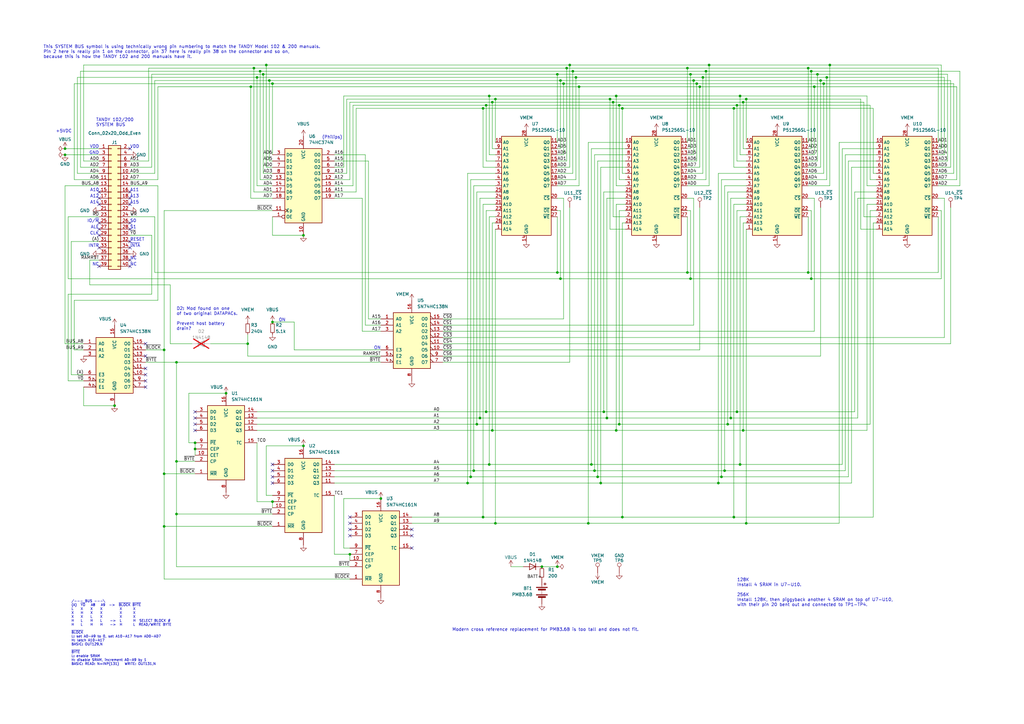
<source format=kicad_sch>
(kicad_sch (version 20231120) (generator "eeschema") (generator_version "8.0")
  (paper "A3")
  (title_block (title "NODE DATAPAC 256K historical reproduction") (date "2024-05-23") (rev "004") (company "Brian K. White - b.kenyon.w@gmail.com") (comment 1 "Re-created from examination of physical units.") (comment 2 "This version strictly and only documents the original parts and connections."))
  (lib_symbols
    (symbol "000_LOCAL:1N4148" (pin_numbers hide) (pin_names hide)
      (property "Reference" "D" (at 0 2.54 0))
      (property "Value" "1N4001" (at 0 -2.54 0))
      (symbol "1N4148_1_1"
        (pin passive line (at -3.81 0 0) (length 2.54) (name "K") (number "1"))
        (pin passive line (at 3.81 0 180) (length 2.54) (name "A") (number "2"))
      )
    )
    (symbol "000_LOCAL:74xx138" (pin_names (offset 1.016))
      (property "Reference" "U" (at -7.62 11.43 0))
      (property "Value" "74xx138" (at -7.62 -13.97 0))
      (symbol "74xx138_1_0"
        (pin input line (at -12.7 7.62 0) (length 5.08) (name "A0") (number "1"))
        (pin output output_low (at 12.7 -5.08 180) (length 5.08) (name "O5") (number "10"))
        (pin output output_low (at 12.7 -2.54 180) (length 5.08) (name "O4") (number "11"))
        (pin output output_low (at 12.7 0 180) (length 5.08) (name "O3") (number "12"))
        (pin output output_low (at 12.7 2.54 180) (length 5.08) (name "O2") (number "13"))
        (pin output output_low (at 12.7 5.08 180) (length 5.08) (name "O1") (number "14"))
        (pin output output_low (at 12.7 7.62 180) (length 5.08) (name "O0") (number "15"))
        (pin power_in line (at 0 15.24 270) (length 5.08) (name "VCC") (number "16"))
        (pin input line (at -12.7 5.08 0) (length 5.08) (name "A1") (number "2"))
        (pin input line (at -12.7 2.54 0) (length 5.08) (name "A2") (number "3"))
        (pin input input_low (at -12.7 -10.16 0) (length 5.08) (name "E1") (number "4"))
        (pin input input_low (at -12.7 -7.62 0) (length 5.08) (name "E2") (number "5"))
        (pin input line (at -12.7 -5.08 0) (length 5.08) (name "E3") (number "6"))
        (pin output output_low (at 12.7 -10.16 180) (length 5.08) (name "O7") (number "7"))
        (pin power_in line (at 0 -17.78 90) (length 5.08) (name "GND") (number "8"))
        (pin output output_low (at 12.7 -7.62 180) (length 5.08) (name "O6") (number "9"))
      )
    )
    (symbol "000_LOCAL:74xx161" (pin_names (offset 1.016))
      (property "Reference" "U" (at -7.62 16.51 0))
      (property "Value" "74xx161" (at -7.62 -16.51 0))
      (symbol "74xx161_1_0"
        (pin input line (at -12.7 -12.7 0) (length 5.08) (name "~{MR}") (number "1"))
        (pin input line (at -12.7 -5.08 0) (length 5.08) (name "CET") (number "10"))
        (pin output line (at 12.7 5.08 180) (length 5.08) (name "Q3") (number "11"))
        (pin output line (at 12.7 7.62 180) (length 5.08) (name "Q2") (number "12"))
        (pin output line (at 12.7 10.16 180) (length 5.08) (name "Q1") (number "13"))
        (pin output line (at 12.7 12.7 180) (length 5.08) (name "Q0") (number "14"))
        (pin output line (at 12.7 0 180) (length 5.08) (name "TC") (number "15"))
        (pin power_in line (at 0 20.32 270) (length 5.08) (name "VCC") (number "16"))
        (pin input line (at -12.7 -7.62 0) (length 5.08) (name "CP") (number "2"))
        (pin input line (at -12.7 12.7 0) (length 5.08) (name "D0") (number "3"))
        (pin input line (at -12.7 10.16 0) (length 5.08) (name "D1") (number "4"))
        (pin input line (at -12.7 7.62 0) (length 5.08) (name "D2") (number "5"))
        (pin input line (at -12.7 5.08 0) (length 5.08) (name "D3") (number "6"))
        (pin input line (at -12.7 -2.54 0) (length 5.08) (name "CEP") (number "7"))
        (pin power_in line (at 0 -20.32 90) (length 5.08) (name "GND") (number "8"))
        (pin input line (at -12.7 0 0) (length 5.08) (name "~{PE}") (number "9"))
      )
    )
    (symbol "000_LOCAL:74xx374"
      (property "Reference" "U" (at -7.62 16.51 0))
      (property "Value" "74xx374" (at -7.62 -16.51 0))
      (symbol "74xx374_1_0"
        (pin input inverted (at -12.7 -12.7 0) (length 5.08) (name "OE") (number "1"))
        (pin power_in line (at 0 -20.32 90) (length 5.08) (name "GND") (number "10"))
        (pin input clock (at -12.7 -10.16 0) (length 5.08) (name "Cp") (number "11"))
        (pin tri_state line (at 12.7 2.54 180) (length 5.08) (name "O4") (number "12"))
        (pin input line (at -12.7 2.54 0) (length 5.08) (name "D4") (number "13"))
        (pin input line (at -12.7 0 0) (length 5.08) (name "D5") (number "14"))
        (pin tri_state line (at 12.7 0 180) (length 5.08) (name "O5") (number "15"))
        (pin tri_state line (at 12.7 -2.54 180) (length 5.08) (name "O6") (number "16"))
        (pin input line (at -12.7 -2.54 0) (length 5.08) (name "D6") (number "17"))
        (pin input line (at -12.7 -5.08 0) (length 5.08) (name "D7") (number "18"))
        (pin tri_state line (at 12.7 -5.08 180) (length 5.08) (name "O7") (number "19"))
        (pin tri_state line (at 12.7 12.7 180) (length 5.08) (name "O0") (number "2"))
        (pin power_in line (at 0 20.32 270) (length 5.08) (name "VCC") (number "20"))
        (pin input line (at -12.7 12.7 0) (length 5.08) (name "D0") (number "3"))
        (pin input line (at -12.7 10.16 0) (length 5.08) (name "D1") (number "4"))
        (pin tri_state line (at 12.7 10.16 180) (length 5.08) (name "O1") (number "5"))
        (pin tri_state line (at 12.7 7.62 180) (length 5.08) (name "O2") (number "6"))
        (pin input line (at -12.7 7.62 0) (length 5.08) (name "D2") (number "7"))
        (pin input line (at -12.7 5.08 0) (length 5.08) (name "D3") (number "8"))
        (pin tri_state line (at 12.7 5.08 180) (length 5.08) (name "O3") (number "9"))
      )
    )
    (symbol "000_LOCAL:Battery" (pin_numbers hide) (pin_names (offset 0) hide)
      (property "Reference" "BT" (at 2.54 2.54 0))
      (property "Value" "Battery" (at 2.54 0 0))
      (symbol "Battery_1_1"
        (pin passive line (at 0 5.08 270) (length 2.54) (name "+") (number "1"))
        (pin passive line (at 0 -5.08 90) (length 2.54) (name "-") (number "2"))
      )
    )
    (symbol "000_LOCAL:Conn_02x20_Odd_Even" (pin_names (offset 1.016) hide)
      (property "Reference" "J" (at 1.27 25.4 0))
      (property "Value" "Conn_02x20_Odd_Even" (at 1.27 -27.94 0))
      (symbol "Conn_02x20_Odd_Even_1_1"
        (pin passive line (at -5.08 22.86 0) (length 3.81) (name "Pin_1") (number "1"))
        (pin passive line (at 7.62 12.7 180) (length 3.81) (name "Pin_10") (number "10"))
        (pin passive line (at -5.08 10.16 0) (length 3.81) (name "Pin_11") (number "11"))
        (pin passive line (at 7.62 10.16 180) (length 3.81) (name "Pin_12") (number "12"))
        (pin passive line (at -5.08 7.62 0) (length 3.81) (name "Pin_13") (number "13"))
        (pin passive line (at 7.62 7.62 180) (length 3.81) (name "Pin_14") (number "14"))
        (pin passive line (at -5.08 5.08 0) (length 3.81) (name "Pin_15") (number "15"))
        (pin passive line (at 7.62 5.08 180) (length 3.81) (name "Pin_16") (number "16"))
        (pin passive line (at -5.08 2.54 0) (length 3.81) (name "Pin_17") (number "17"))
        (pin passive line (at 7.62 2.54 180) (length 3.81) (name "Pin_18") (number "18"))
        (pin passive line (at -5.08 0 0) (length 3.81) (name "Pin_19") (number "19"))
        (pin passive line (at 7.62 22.86 180) (length 3.81) (name "Pin_2") (number "2"))
        (pin passive line (at 7.62 0 180) (length 3.81) (name "Pin_20") (number "20"))
        (pin passive line (at -5.08 -2.54 0) (length 3.81) (name "Pin_21") (number "21"))
        (pin passive line (at 7.62 -2.54 180) (length 3.81) (name "Pin_22") (number "22"))
        (pin passive line (at -5.08 -5.08 0) (length 3.81) (name "Pin_23") (number "23"))
        (pin passive line (at 7.62 -5.08 180) (length 3.81) (name "Pin_24") (number "24"))
        (pin passive line (at -5.08 -7.62 0) (length 3.81) (name "Pin_25") (number "25"))
        (pin passive line (at 7.62 -7.62 180) (length 3.81) (name "Pin_26") (number "26"))
        (pin passive line (at -5.08 -10.16 0) (length 3.81) (name "Pin_27") (number "27"))
        (pin passive line (at 7.62 -10.16 180) (length 3.81) (name "Pin_28") (number "28"))
        (pin passive line (at -5.08 -12.7 0) (length 3.81) (name "Pin_29") (number "29"))
        (pin passive line (at -5.08 20.32 0) (length 3.81) (name "Pin_3") (number "3"))
        (pin passive line (at 7.62 -12.7 180) (length 3.81) (name "Pin_30") (number "30"))
        (pin passive line (at -5.08 -15.24 0) (length 3.81) (name "Pin_31") (number "31"))
        (pin passive line (at 7.62 -15.24 180) (length 3.81) (name "Pin_32") (number "32"))
        (pin passive line (at -5.08 -17.78 0) (length 3.81) (name "Pin_33") (number "33"))
        (pin passive line (at 7.62 -17.78 180) (length 3.81) (name "Pin_34") (number "34"))
        (pin passive line (at -5.08 -20.32 0) (length 3.81) (name "Pin_35") (number "35"))
        (pin passive line (at 7.62 -20.32 180) (length 3.81) (name "Pin_36") (number "36"))
        (pin passive line (at -5.08 -22.86 0) (length 3.81) (name "Pin_37") (number "37"))
        (pin passive line (at 7.62 -22.86 180) (length 3.81) (name "Pin_38") (number "38"))
        (pin passive line (at -5.08 -25.4 0) (length 3.81) (name "Pin_39") (number "39"))
        (pin passive line (at 7.62 20.32 180) (length 3.81) (name "Pin_4") (number "4"))
        (pin passive line (at 7.62 -25.4 180) (length 3.81) (name "Pin_40") (number "40"))
        (pin passive line (at -5.08 17.78 0) (length 3.81) (name "Pin_5") (number "5"))
        (pin passive line (at 7.62 17.78 180) (length 3.81) (name "Pin_6") (number "6"))
        (pin passive line (at -5.08 15.24 0) (length 3.81) (name "Pin_7") (number "7"))
        (pin passive line (at 7.62 15.24 180) (length 3.81) (name "Pin_8") (number "8"))
        (pin passive line (at -5.08 12.7 0) (length 3.81) (name "Pin_9") (number "9"))
      )
    )
    (symbol "000_LOCAL:P51256SL"
      (property "Reference" "U" (at -10.16 20.955 0))
      (property "Value" "P51256SL" (at 2.54 20.955 0))
      (symbol "P51256SL_0_0"
        (pin power_in line (at 0 -22.86 90) (length 2.54) (name "GND") (number "14"))
        (pin power_in line (at 0 22.86 270) (length 2.54) (name "VCC") (number "28"))
      )
      (symbol "P51256SL_1_1"
        (pin input line (at -12.7 -17.78 0) (length 2.54) (name "A14") (number "1"))
        (pin input line (at -12.7 17.78 0) (length 2.54) (name "A0") (number "10"))
        (pin tri_state line (at 12.7 17.78 180) (length 2.54) (name "Q0") (number "11"))
        (pin tri_state line (at 12.7 15.24 180) (length 2.54) (name "Q1") (number "12"))
        (pin tri_state line (at 12.7 12.7 180) (length 2.54) (name "Q2") (number "13"))
        (pin tri_state line (at 12.7 10.16 180) (length 2.54) (name "Q3") (number "15"))
        (pin tri_state line (at 12.7 7.62 180) (length 2.54) (name "Q4") (number "16"))
        (pin tri_state line (at 12.7 5.08 180) (length 2.54) (name "Q5") (number "17"))
        (pin tri_state line (at 12.7 2.54 180) (length 2.54) (name "Q6") (number "18"))
        (pin tri_state line (at 12.7 0 180) (length 2.54) (name "Q7") (number "19"))
        (pin input line (at -12.7 -12.7 0) (length 2.54) (name "A12") (number "2"))
        (pin input line (at 12.7 -5.08 180) (length 2.54) (name "~{CS}") (number "20"))
        (pin input line (at -12.7 -7.62 0) (length 2.54) (name "A10") (number "21"))
        (pin input line (at 12.7 -10.16 180) (length 2.54) (name "~{OE}") (number "22"))
        (pin input line (at -12.7 -10.16 0) (length 2.54) (name "A11") (number "23"))
        (pin input line (at -12.7 -5.08 0) (length 2.54) (name "A9") (number "24"))
        (pin input line (at -12.7 -2.54 0) (length 2.54) (name "A8") (number "25"))
        (pin input line (at -12.7 -15.24 0) (length 2.54) (name "A13") (number "26"))
        (pin input line (at 12.7 -12.7 180) (length 2.54) (name "~{WE}") (number "27"))
        (pin input line (at -12.7 0 0) (length 2.54) (name "A7") (number "3"))
        (pin input line (at -12.7 2.54 0) (length 2.54) (name "A6") (number "4"))
        (pin input line (at -12.7 5.08 0) (length 2.54) (name "A5") (number "5"))
        (pin input line (at -12.7 7.62 0) (length 2.54) (name "A4") (number "6"))
        (pin input line (at -12.7 10.16 0) (length 2.54) (name "A3") (number "7"))
        (pin input line (at -12.7 12.7 0) (length 2.54) (name "A2") (number "8"))
        (pin input line (at -12.7 15.24 0) (length 2.54) (name "A1") (number "9"))
      )
    )
    (symbol "000_LOCAL:R" (pin_numbers hide) (pin_names (offset 0.254) hide)
      (property "Reference" "R" (at 0.762 0.508 0))
      (property "Value" "R_Small" (at 0.762 -1.016 0))
      (symbol "R_1_1"
        (pin passive line (at 0 2.54 270) (length 0.762) (name "~") (number "1"))
        (pin passive line (at 0 -2.54 90) (length 0.762) (name "~") (number "2"))
      )
    )
    (symbol "Connector:TestPoint" (pin_numbers hide) (pin_names (offset 0.762) hide)
      (property "Reference" "TP" (at 0 6.858 0))
      (property "Value" "TestPoint" (at 0 5.08 0))
      (symbol "TestPoint_1_1"
        (pin passive line (at 0 0 90) (length 2.54) (name "1") (number "1"))
      )
    )
    (symbol "power:GND" (power) (pin_names (offset 0))
      (property "Value" "GND" (at 0 -3.81 0))
      (symbol "GND_1_1"
        (pin power_in line (at 0 0 270) (length 0) hide (name "GND") (number "1"))
      )
    )
    (symbol "power:PWR_FLAG" (power) (pin_numbers hide) (pin_names (offset 0) hide)
      (property "Value" "PWR_FLAG" (at 0 3.81 0))
      (symbol "PWR_FLAG_0_0"
        (pin power_out line (at 0 0 90) (length 0) (name "pwr") (number "1"))
      )
    )
    (symbol "power:VBUS" (power) (pin_names (offset 0))
      (property "Value" "VBUS" (at 0 3.81 0))
      (symbol "VBUS_1_1"
        (pin power_in line (at 0 0 90) (length 0) hide (name "VBUS") (number "1"))
      )
    )
    (symbol "power:VMEM" (power) (pin_names (offset 0))
      (property "Value" "VMEM" (at 0 3.81 0))
      (symbol "VMEM_1_1"
        (pin power_in line (at 0 0 90) (length 0) hide (name "VMEM") (number "1"))
      )
    )
  )
  (junction (at 80.01 181.61))
  (junction (at 193.04 195.58))
  (junction (at 332.74 29.21))
  (junction (at 195.58 173.99))
  (junction (at 283.21 114.3))
  (junction (at 92.71 161.29))
  (junction (at 26.67 60.96))
  (junction (at 228.6 232.41))
  (junction (at 288.29 31.75))
  (junction (at 255.27 212.09))
  (junction (at 336.55 33.02))
  (junction (at 231.14 34.29))
  (junction (at 306.07 214.63))
  (junction (at 228.6 111.76))
  (junction (at 229.87 114.3))
  (junction (at 337.82 34.29))
  (junction (at 302.26 168.91))
  (junction (at 254 173.99))
  (junction (at 67.31 143.51))
  (junction (at 199.39 168.91))
  (junction (at 284.48 33.02))
  (junction (at 281.94 111.76))
  (junction (at 200.66 190.5))
  (junction (at 201.93 41.91))
  (junction (at 285.75 34.29))
  (junction (at 194.31 193.04))
  (junction (at 304.8 41.91))
  (junction (at 243.84 193.04))
  (junction (at 255.27 44.45))
  (junction (at 26.67 63.5))
  (junction (at 109.22 26.67))
  (junction (at 203.2 40.64))
  (junction (at 198.12 44.45))
  (junction (at 72.39 210.82))
  (junction (at 201.93 176.53))
  (junction (at 237.49 35.56))
  (junction (at 199.39 43.18))
  (junction (at 67.31 194.31))
  (junction (at 111.76 205.74))
  (junction (at 287.02 35.56))
  (junction (at 143.51 227.33))
  (junction (at 251.46 41.91))
  (junction (at 111.76 132.08))
  (junction (at 245.11 195.58))
  (junction (at 339.09 31.75))
  (junction (at 110.49 33.02))
  (junction (at 303.53 190.5))
  (junction (at 281.94 27.94))
  (junction (at 67.31 215.9))
  (junction (at 105.41 31.75))
  (junction (at 228.6 30.48))
  (junction (at 283.21 30.48))
  (junction (at 300.99 44.45))
  (junction (at 246.38 198.12))
  (junction (at 300.99 212.09))
  (junction (at 80.01 184.15))
  (junction (at 191.77 198.12))
  (junction (at 106.68 29.21))
  (junction (at 298.45 173.99))
  (junction (at 203.2 214.63))
  (junction (at 46.99 166.37))
  (junction (at 107.95 30.48))
  (junction (at 248.92 171.45))
  (junction (at 229.87 33.02))
  (junction (at 124.46 182.88))
  (junction (at 340.36 26.67))
  (junction (at 302.26 43.18))
  (junction (at 303.53 39.37))
  (junction (at 252.73 39.37))
  (junction (at 335.28 30.48))
  (junction (at 304.8 176.53))
  (junction (at 222.25 232.41))
  (junction (at 156.21 204.47))
  (junction (at 290.83 26.67))
  (junction (at 232.41 27.94))
  (junction (at 101.6 140.97))
  (junction (at 236.22 31.75))
  (junction (at 234.95 29.21))
  (junction (at 200.66 39.37))
  (junction (at 104.14 27.94))
  (junction (at 297.18 193.04))
  (junction (at 331.47 111.76))
  (junction (at 196.85 171.45))
  (junction (at 247.65 168.91))
  (junction (at 331.47 27.94))
  (junction (at 250.19 40.64))
  (junction (at 252.73 176.53))
  (junction (at 198.12 212.09))
  (junction (at 254 43.18))
  (junction (at 334.01 35.56))
  (junction (at 295.91 195.58))
  (junction (at 233.68 26.67))
  (junction (at 72.39 148.59))
  (junction (at 299.72 171.45))
  (junction (at 332.74 114.3))
  (junction (at 72.39 189.23))
  (junction (at 242.57 190.5))
  (junction (at 294.64 198.12))
  (junction (at 306.07 40.64))
  (junction (at 289.56 29.21))
  (junction (at 102.87 35.56))
  (junction (at 241.3 214.63))
  (junction (at 124.46 96.52))
  (junction (at 111.76 34.29))
  (no_connect (at 59.69 146.05))
  (no_connect (at 53.34 99.06))
  (no_connect (at 168.91 217.17))
  (no_connect (at 53.34 83.82))
  (no_connect (at 80.01 171.45))
  (no_connect (at 59.69 151.13))
  (no_connect (at 40.64 109.22))
  (no_connect (at 53.34 91.44))
  (no_connect (at 59.69 158.75))
  (no_connect (at 53.34 109.22))
  (no_connect (at 80.01 173.99))
  (no_connect (at 143.51 219.71))
  (no_connect (at 168.91 219.71))
  (no_connect (at 40.64 91.44))
  (no_connect (at 168.91 224.79))
  (no_connect (at 40.64 81.28))
  (no_connect (at 111.76 195.58))
  (no_connect (at 111.76 198.12))
  (no_connect (at 59.69 156.21))
  (no_connect (at 40.64 83.82))
  (no_connect (at 111.76 190.5))
  (no_connect (at 80.01 176.53))
  (no_connect (at 40.64 101.6))
  (no_connect (at 59.69 153.67))
  (no_connect (at 53.34 78.74))
  (no_connect (at 40.64 93.98))
  (no_connect (at 40.64 96.52))
  (no_connect (at 53.34 106.68))
  (no_connect (at 53.34 60.96))
  (no_connect (at 143.51 217.17))
  (no_connect (at 53.34 81.28))
  (no_connect (at 53.34 93.98))
  (no_connect (at 53.34 101.6))
  (no_connect (at 80.01 168.91))
  (no_connect (at 143.51 212.09))
  (no_connect (at 111.76 193.04))
  (no_connect (at 40.64 78.74))
  (no_connect (at 59.69 140.97))
  (no_connect (at 143.51 214.63))
  (wire (pts (xy 345.44 60.96) (xy 359.41 60.96)))
  (wire (pts (xy 203.2 88.9) (xy 200.66 88.9)))
  (wire (pts (xy 331.47 66.04) (xy 335.28 66.04)))
  (wire (pts (xy 109.22 26.67) (xy 233.68 26.67)))
  (wire (pts (xy 200.66 39.37) (xy 252.73 39.37)))
  (wire (pts (xy 389.89 33.02) (xy 389.89 68.58)))
  (wire (pts (xy 196.85 81.28) (xy 196.85 171.45)))
  (wire (pts (xy 201.93 176.53) (xy 252.73 176.53)))
  (wire (pts (xy 250.19 40.64) (xy 250.19 93.98)))
  (wire (pts (xy 143.51 41.91) (xy 143.51 73.66)))
  (wire (pts (xy 356.87 173.99) (xy 356.87 86.36)))
  (wire (pts (xy 355.6 76.2) (xy 359.41 76.2)))
  (wire (pts (xy 151.13 130.81) (xy 156.21 130.81)))
  (wire (pts (xy 26.67 63.5) (xy 40.64 63.5)))
  (wire (pts (xy 228.6 30.48) (xy 283.21 30.48)))
  (wire (pts (xy 236.22 31.75) (xy 288.29 31.75)))
  (wire (pts (xy 335.28 30.48) (xy 335.28 66.04)))
  (wire (pts (xy 306.07 66.04) (xy 302.26 66.04)))
  (wire (pts (xy 200.66 63.5) (xy 203.2 63.5)))
  (wire (pts (xy 242.57 60.96) (xy 242.57 190.5)))
  (wire (pts (xy 64.77 76.2) (xy 64.77 123.19)))
  (wire (pts (xy 196.85 171.45) (xy 248.92 171.45)))
  (wire (pts (xy 80.01 181.61) (xy 80.01 184.15)))
  (wire (pts (xy 339.09 73.66) (xy 331.47 73.66)))
  (wire (pts (xy 344.17 214.63) (xy 344.17 58.42)))
  (wire (pts (xy 200.66 88.9) (xy 200.66 190.5)))
  (wire (pts (xy 30.48 34.29) (xy 111.76 34.29)))
  (wire (pts (xy 31.75 71.12) (xy 40.64 71.12)))
  (wire (pts (xy 149.86 133.35) (xy 149.86 63.5)))
  (wire (pts (xy 60.96 27.94) (xy 60.96 66.04)))
  (wire (pts (xy 201.93 91.44) (xy 203.2 91.44)))
  (wire (pts (xy 281.94 68.58) (xy 287.02 68.58)))
  (wire (pts (xy 288.29 31.75) (xy 339.09 31.75)))
  (wire (pts (xy 36.83 116.84) (xy 69.85 116.84)))
  (wire (pts (xy 389.89 85.09) (xy 389.89 140.97)))
  (wire (pts (xy 111.76 88.9) (xy 111.76 96.52)))
  (wire (pts (xy 111.76 34.29) (xy 111.76 63.5)))
  (wire (pts (xy 254 173.99) (xy 298.45 173.99)))
  (wire (pts (xy 203.2 214.63) (xy 241.3 214.63)))
  (wire (pts (xy 287.02 85.09) (xy 287.02 143.51)))
  (wire (pts (xy 387.35 31.75) (xy 387.35 63.5)))
  (wire (pts (xy 306.07 81.28) (xy 299.72 81.28)))
  (wire (pts (xy 59.69 143.51) (xy 67.31 143.51)))
  (wire (pts (xy 283.21 86.36) (xy 281.94 86.36)))
  (wire (pts (xy 86.36 140.97) (xy 101.6 140.97)))
  (wire (pts (xy 181.61 133.35) (xy 284.48 133.35)))
  (wire (pts (xy 300.99 44.45) (xy 358.14 44.45)))
  (wire (pts (xy 31.75 31.75) (xy 105.41 31.75)))
  (wire (pts (xy 256.54 71.12) (xy 255.27 71.12)))
  (wire (pts (xy 256.54 63.5) (xy 243.84 63.5)))
  (wire (pts (xy 287.02 35.56) (xy 334.01 35.56)))
  (wire (pts (xy 392.43 73.66) (xy 384.81 73.66)))
  (wire (pts (xy 289.56 29.21) (xy 332.74 29.21)))
  (wire (pts (xy 105.41 171.45) (xy 196.85 171.45)))
  (wire (pts (xy 181.61 148.59) (xy 233.68 148.59)))
  (wire (pts (xy 69.85 140.97) (xy 78.74 140.97)))
  (wire (pts (xy 234.95 29.21) (xy 289.56 29.21)))
  (wire (pts (xy 281.94 27.94) (xy 281.94 58.42)))
  (wire (pts (xy 350.52 168.91) (xy 350.52 78.74)))
  (wire (pts (xy 111.76 203.2) (xy 109.22 203.2)))
  (wire (pts (xy 250.19 40.64) (xy 306.07 40.64)))
  (wire (pts (xy 256.54 81.28) (xy 248.92 81.28)))
  (wire (pts (xy 30.48 143.51) (xy 34.29 143.51)))
  (wire (pts (xy 201.93 41.91) (xy 251.46 41.91)))
  (wire (pts (xy 332.74 86.36) (xy 331.47 86.36)))
  (wire (pts (xy 120.65 132.08) (xy 120.65 143.51)))
  (wire (pts (xy 345.44 190.5) (xy 345.44 60.96)))
  (wire (pts (xy 347.98 66.04) (xy 359.41 66.04)))
  (wire (pts (xy 203.2 40.64) (xy 250.19 40.64)))
  (wire (pts (xy 140.97 204.47) (xy 156.21 204.47)))
  (wire (pts (xy 386.08 60.96) (xy 384.81 60.96)))
  (wire (pts (xy 243.84 193.04) (xy 297.18 193.04)))
  (wire (pts (xy 340.36 26.67) (xy 386.08 26.67)))
  (wire (pts (xy 34.29 26.67) (xy 109.22 26.67)))
  (wire (pts (xy 306.07 63.5) (xy 303.53 63.5)))
  (wire (pts (xy 198.12 44.45) (xy 198.12 68.58)))
  (wire (pts (xy 72.39 148.59) (xy 156.21 148.59)))
  (wire (pts (xy 229.87 86.36) (xy 228.6 86.36)))
  (wire (pts (xy 143.51 227.33) (xy 137.16 227.33)))
  (wire (pts (xy 40.64 73.66) (xy 30.48 73.66)))
  (wire (pts (xy 181.61 143.51) (xy 287.02 143.51)))
  (wire (pts (xy 302.26 43.18) (xy 302.26 66.04)))
  (wire (pts (xy 110.49 66.04) (xy 111.76 66.04)))
  (wire (pts (xy 346.71 63.5) (xy 359.41 63.5)))
  (wire (pts (xy 104.14 27.94) (xy 232.41 27.94)))
  (wire (pts (xy 72.39 148.59) (xy 72.39 189.23)))
  (wire (pts (xy 137.16 71.12) (xy 142.24 71.12)))
  (wire (pts (xy 63.5 88.9) (xy 63.5 111.76)))
  (wire (pts (xy 336.55 85.09) (xy 336.55 146.05)))
  (wire (pts (xy 203.2 86.36) (xy 199.39 86.36)))
  (wire (pts (xy 245.11 66.04) (xy 245.11 195.58)))
  (wire (pts (xy 203.2 71.12) (xy 191.77 71.12)))
  (wire (pts (xy 34.29 156.21) (xy 27.94 156.21)))
  (wire (pts (xy 246.38 68.58) (xy 246.38 198.12)))
  (wire (pts (xy 281.94 27.94) (xy 331.47 27.94)))
  (wire (pts (xy 203.2 73.66) (xy 193.04 73.66)))
  (wire (pts (xy 233.68 85.09) (xy 233.68 148.59)))
  (wire (pts (xy 148.59 135.89) (xy 156.21 135.89)))
  (wire (pts (xy 105.41 176.53) (xy 201.93 176.53)))
  (wire (pts (xy 300.99 212.09) (xy 358.14 212.09)))
  (wire (pts (xy 203.2 78.74) (xy 195.58 78.74)))
  (wire (pts (xy 388.62 30.48) (xy 388.62 66.04)))
  (wire (pts (xy 231.14 34.29) (xy 231.14 63.5)))
  (wire (pts (xy 101.6 140.97) (xy 101.6 146.05)))
  (wire (pts (xy 228.6 111.76) (xy 228.6 88.9)))
  (wire (pts (xy 302.26 168.91) (xy 350.52 168.91)))
  (wire (pts (xy 137.16 78.74) (xy 146.05 78.74)))
  (wire (pts (xy 67.31 215.9) (xy 67.31 237.49)))
  (wire (pts (xy 294.64 71.12) (xy 306.07 71.12)))
  (wire (pts (xy 62.23 30.48) (xy 107.95 30.48)))
  (wire (pts (xy 306.07 60.96) (xy 304.8 60.96)))
  (wire (pts (xy 201.93 60.96) (xy 201.93 41.91)))
  (wire (pts (xy 356.87 43.18) (xy 356.87 73.66)))
  (wire (pts (xy 111.76 76.2) (xy 105.41 76.2)))
  (wire (pts (xy 77.47 181.61) (xy 77.47 161.29)))
  (wire (pts (xy 53.34 88.9) (xy 63.5 88.9)))
  (wire (pts (xy 349.25 198.12) (xy 349.25 68.58)))
  (wire (pts (xy 252.73 83.82) (xy 252.73 176.53)))
  (wire (pts (xy 334.01 81.28) (xy 331.47 81.28)))
  (wire (pts (xy 72.39 210.82) (xy 72.39 232.41)))
  (wire (pts (xy 232.41 27.94) (xy 232.41 66.04)))
  (wire (pts (xy 60.96 27.94) (xy 104.14 27.94)))
  (wire (pts (xy 30.48 143.51) (xy 30.48 123.19)))
  (wire (pts (xy 203.2 60.96) (xy 201.93 60.96)))
  (wire (pts (xy 104.14 78.74) (xy 111.76 78.74)))
  (wire (pts (xy 198.12 212.09) (xy 255.27 212.09)))
  (wire (pts (xy 67.31 215.9) (xy 111.76 215.9)))
  (wire (pts (xy 306.07 78.74) (xy 298.45 78.74)))
  (wire (pts (xy 33.02 29.21) (xy 106.68 29.21)))
  (wire (pts (xy 384.81 111.76) (xy 384.81 88.9)))
  (wire (pts (xy 77.47 161.29) (xy 92.71 161.29)))
  (wire (pts (xy 252.73 176.53) (xy 304.8 176.53)))
  (wire (pts (xy 106.68 29.21) (xy 106.68 73.66)))
  (wire (pts (xy 306.07 76.2) (xy 297.18 76.2)))
  (wire (pts (xy 242.57 190.5) (xy 303.53 190.5)))
  (wire (pts (xy 194.31 76.2) (xy 194.31 193.04)))
  (wire (pts (xy 195.58 78.74) (xy 195.58 173.99)))
  (wire (pts (xy 80.01 186.69) (xy 80.01 184.15)))
  (wire (pts (xy 331.47 63.5) (xy 334.01 63.5)))
  (wire (pts (xy 332.74 114.3) (xy 386.08 114.3)))
  (wire (pts (xy 306.07 40.64) (xy 353.06 40.64)))
  (wire (pts (xy 284.48 81.28) (xy 281.94 81.28)))
  (wire (pts (xy 306.07 214.63) (xy 344.17 214.63)))
  (wire (pts (xy 143.51 227.33) (xy 143.51 229.87)))
  (wire (pts (xy 53.34 66.04) (xy 60.96 66.04)))
  (wire (pts (xy 358.14 91.44) (xy 359.41 91.44)))
  (wire (pts (xy 288.29 71.12) (xy 281.94 71.12)))
  (wire (pts (xy 251.46 41.91) (xy 251.46 88.9)))
  (wire (pts (xy 332.74 86.36) (xy 332.74 114.3)))
  (wire (pts (xy 67.31 194.31) (xy 80.01 194.31)))
  (wire (pts (xy 303.53 88.9) (xy 303.53 190.5)))
  (wire (pts (xy 285.75 66.04) (xy 281.94 66.04)))
  (wire (pts (xy 231.14 34.29) (xy 285.75 34.29)))
  (wire (pts (xy 393.7 76.2) (xy 384.81 76.2)))
  (wire (pts (xy 256.54 66.04) (xy 245.11 66.04)))
  (wire (pts (xy 283.21 86.36) (xy 283.21 114.3)))
  (wire (pts (xy 102.87 35.56) (xy 237.49 35.56)))
  (wire (pts (xy 148.59 81.28) (xy 137.16 81.28)))
  (wire (pts (xy 355.6 83.82) (xy 359.41 83.82)))
  (wire (pts (xy 142.24 71.12) (xy 142.24 40.64)))
  (wire (pts (xy 285.75 34.29) (xy 285.75 66.04)))
  (wire (pts (xy 34.29 153.67) (xy 29.21 153.67)))
  (wire (pts (xy 283.21 30.48) (xy 283.21 60.96)))
  (wire (pts (xy 256.54 76.2) (xy 252.73 76.2)))
  (wire (pts (xy 109.22 203.2) (xy 109.22 182.88)))
  (wire (pts (xy 331.47 71.12) (xy 337.82 71.12)))
  (wire (pts (xy 26.67 76.2) (xy 26.67 140.97)))
  (wire (pts (xy 203.2 66.04) (xy 199.39 66.04)))
  (wire (pts (xy 237.49 35.56) (xy 287.02 35.56)))
  (wire (pts (xy 299.72 171.45) (xy 351.79 171.45)))
  (wire (pts (xy 255.27 44.45) (xy 255.27 71.12)))
  (wire (pts (xy 281.94 60.96) (xy 283.21 60.96)))
  (wire (pts (xy 203.2 68.58) (xy 198.12 68.58)))
  (wire (pts (xy 101.6 137.16) (xy 101.6 140.97)))
  (wire (pts (xy 198.12 83.82) (xy 198.12 212.09)))
  (wire (pts (xy 53.34 76.2) (xy 64.77 76.2)))
  (wire (pts (xy 252.73 39.37) (xy 303.53 39.37)))
  (wire (pts (xy 181.61 140.97) (xy 389.89 140.97)))
  (wire (pts (xy 198.12 44.45) (xy 255.27 44.45)))
  (wire (pts (xy 200.66 39.37) (xy 200.66 63.5)))
  (wire (pts (xy 105.41 181.61) (xy 105.41 205.74)))
  (wire (pts (xy 281.94 111.76) (xy 331.47 111.76)))
  (wire (pts (xy 237.49 35.56) (xy 237.49 76.2)))
  (wire (pts (xy 203.2 81.28) (xy 196.85 81.28)))
  (wire (pts (xy 111.76 73.66) (xy 106.68 73.66)))
  (wire (pts (xy 339.09 31.75) (xy 339.09 73.66)))
  (wire (pts (xy 228.6 76.2) (xy 237.49 76.2)))
  (wire (pts (xy 304.8 41.91) (xy 354.33 41.91)))
  (wire (pts (xy 137.16 73.66) (xy 143.51 73.66)))
  (wire (pts (xy 33.02 68.58) (xy 33.02 29.21)))
  (wire (pts (xy 27.94 156.21) (xy 27.94 120.65)))
  (wire (pts (xy 245.11 195.58) (xy 295.91 195.58)))
  (wire (pts (xy 80.01 181.61) (xy 77.47 181.61)))
  (wire (pts (xy 59.69 148.59) (xy 72.39 148.59)))
  (wire (pts (xy 302.26 43.18) (xy 356.87 43.18)))
  (wire (pts (xy 105.41 31.75) (xy 105.41 76.2)))
  (wire (pts (xy 255.27 91.44) (xy 255.27 212.09)))
  (wire (pts (xy 191.77 198.12) (xy 246.38 198.12)))
  (wire (pts (xy 350.52 78.74) (xy 359.41 78.74)))
  (wire (pts (xy 331.47 27.94) (xy 384.81 27.94)))
  (wire (pts (xy 337.82 71.12) (xy 337.82 34.29)))
  (wire (pts (xy 27.94 88.9) (xy 27.94 114.3)))
  (wire (pts (xy 340.36 76.2) (xy 331.47 76.2)))
  (wire (pts (xy 306.07 40.64) (xy 306.07 58.42)))
  (wire (pts (xy 101.6 146.05) (xy 156.21 146.05)))
  (wire (pts (xy 234.95 29.21) (xy 234.95 71.12)))
  (wire (pts (xy 247.65 78.74) (xy 247.65 168.91)))
  (wire (pts (xy 26.67 76.2) (xy 40.64 76.2)))
  (wire (pts (xy 353.06 40.64) (xy 353.06 93.98)))
  (wire (pts (xy 386.08 114.3) (xy 386.08 86.36)))
  (wire (pts (xy 281.94 88.9) (xy 281.94 111.76)))
  (wire (pts (xy 303.53 39.37) (xy 355.6 39.37)))
  (wire (pts (xy 199.39 43.18) (xy 199.39 66.04)))
  (wire (pts (xy 142.24 40.64) (xy 203.2 40.64)))
  (wire (pts (xy 355.6 39.37) (xy 355.6 76.2)))
  (wire (pts (xy 354.33 88.9) (xy 359.41 88.9)))
  (wire (pts (xy 53.34 73.66) (xy 64.77 73.66)))
  (wire (pts (xy 356.87 86.36) (xy 359.41 86.36)))
  (wire (pts (xy 300.99 83.82) (xy 306.07 83.82)))
  (wire (pts (xy 391.16 71.12) (xy 391.16 34.29)))
  (wire (pts (xy 62.23 120.65) (xy 62.23 96.52)))
  (wire (pts (xy 247.65 168.91) (xy 302.26 168.91)))
  (wire (pts (xy 336.55 33.02) (xy 389.89 33.02)))
  (wire (pts (xy 283.21 30.48) (xy 335.28 30.48)))
  (wire (pts (xy 228.6 63.5) (xy 231.14 63.5)))
  (wire (pts (xy 144.78 76.2) (xy 144.78 43.18)))
  (wire (pts (xy 200.66 190.5) (xy 242.57 190.5)))
  (wire (pts (xy 353.06 93.98) (xy 359.41 93.98)))
  (wire (pts (xy 105.41 205.74) (xy 111.76 205.74)))
  (wire (pts (xy 199.39 43.18) (xy 254 43.18)))
  (wire (pts (xy 389.89 68.58) (xy 384.81 68.58)))
  (wire (pts (xy 231.14 81.28) (xy 228.6 81.28)))
  (wire (pts (xy 102.87 35.56) (xy 102.87 81.28)))
  (wire (pts (xy 198.12 83.82) (xy 203.2 83.82)))
  (wire (pts (xy 233.68 26.67) (xy 233.68 68.58)))
  (wire (pts (xy 72.39 232.41) (xy 143.51 232.41)))
  (wire (pts (xy 306.07 68.58) (xy 300.99 68.58)))
  (wire (pts (xy 241.3 58.42) (xy 241.3 214.63)))
  (wire (pts (xy 358.14 71.12) (xy 359.41 71.12)))
  (wire (pts (xy 137.16 195.58) (xy 193.04 195.58)))
  (wire (pts (xy 181.61 138.43) (xy 387.35 138.43)))
  (wire (pts (xy 331.47 27.94) (xy 331.47 58.42)))
  (wire (pts (xy 151.13 66.04) (xy 151.13 130.81)))
  (wire (pts (xy 332.74 60.96) (xy 331.47 60.96)))
  (wire (pts (xy 256.54 60.96) (xy 242.57 60.96)))
  (wire (pts (xy 228.6 73.66) (xy 236.22 73.66)))
  (wire (pts (xy 72.39 189.23) (xy 72.39 210.82)))
  (wire (pts (xy 67.31 194.31) (xy 67.31 215.9)))
  (wire (pts (xy 137.16 76.2) (xy 144.78 76.2)))
  (wire (pts (xy 26.67 60.96) (xy 40.64 60.96)))
  (wire (pts (xy 303.53 39.37) (xy 303.53 63.5)))
  (wire (pts (xy 29.21 99.06) (xy 40.64 99.06)))
  (wire (pts (xy 168.91 212.09) (xy 198.12 212.09)))
  (wire (pts (xy 140.97 224.79) (xy 140.97 204.47)))
  (wire (pts (xy 246.38 198.12) (xy 294.64 198.12)))
  (wire (pts (xy 63.5 33.02) (xy 110.49 33.02)))
  (wire (pts (xy 137.16 66.04) (xy 151.13 66.04)))
  (wire (pts (xy 339.09 31.75) (xy 387.35 31.75)))
  (wire (pts (xy 27.94 120.65) (xy 62.23 120.65)))
  (wire (pts (xy 336.55 33.02) (xy 336.55 68.58)))
  (wire (pts (xy 137.16 68.58) (xy 140.97 68.58)))
  (wire (pts (xy 105.41 31.75) (xy 236.22 31.75)))
  (wire (pts (xy 31.75 31.75) (xy 31.75 71.12)))
  (wire (pts (xy 256.54 88.9) (xy 251.46 88.9)))
  (wire (pts (xy 34.29 26.67) (xy 34.29 66.04)))
  (wire (pts (xy 303.53 190.5) (xy 345.44 190.5)))
  (wire (pts (xy 284.48 63.5) (xy 281.94 63.5)))
  (wire (pts (xy 392.43 35.56) (xy 392.43 73.66)))
  (wire (pts (xy 30.48 73.66) (xy 30.48 34.29)))
  (wire (pts (xy 393.7 29.21) (xy 393.7 76.2)))
  (wire (pts (xy 67.31 86.36) (xy 111.76 86.36)))
  (wire (pts (xy 332.74 29.21) (xy 393.7 29.21)))
  (wire (pts (xy 111.76 132.08) (xy 120.65 132.08)))
  (wire (pts (xy 300.99 83.82) (xy 300.99 212.09)))
  (wire (pts (xy 137.16 227.33) (xy 137.16 203.2)))
  (wire (pts (xy 104.14 27.94) (xy 104.14 78.74)))
  (wire (pts (xy 290.83 26.67) (xy 290.83 76.2)))
  (wire (pts (xy 64.77 35.56) (xy 102.87 35.56)))
  (wire (pts (xy 290.83 26.67) (xy 340.36 26.67)))
  (wire (pts (xy 297.18 76.2) (xy 297.18 193.04)))
  (wire (pts (xy 297.18 193.04) (xy 346.71 193.04)))
  (wire (pts (xy 289.56 29.21) (xy 289.56 73.66)))
  (wire (pts (xy 111.76 71.12) (xy 107.95 71.12)))
  (wire (pts (xy 355.6 176.53) (xy 355.6 83.82)))
  (wire (pts (xy 201.93 91.44) (xy 201.93 176.53)))
  (wire (pts (xy 334.01 35.56) (xy 392.43 35.56)))
  (wire (pts (xy 62.23 68.58) (xy 62.23 30.48)))
  (wire (pts (xy 284.48 33.02) (xy 336.55 33.02)))
  (wire (pts (xy 156.21 133.35) (xy 149.86 133.35)))
  (wire (pts (xy 337.82 34.29) (xy 391.16 34.29)))
  (wire (pts (xy 140.97 39.37) (xy 200.66 39.37)))
  (wire (pts (xy 290.83 76.2) (xy 281.94 76.2)))
  (wire (pts (xy 241.3 214.63) (xy 306.07 214.63)))
  (wire (pts (xy 36.83 106.68) (xy 40.64 106.68)))
  (wire (pts (xy 191.77 71.12) (xy 191.77 198.12)))
  (wire (pts (xy 203.2 76.2) (xy 194.31 76.2)))
  (wire (pts (xy 304.8 91.44) (xy 304.8 176.53)))
  (wire (pts (xy 331.47 111.76) (xy 384.81 111.76)))
  (wire (pts (xy 40.64 68.58) (xy 33.02 68.58)))
  (wire (pts (xy 306.07 88.9) (xy 303.53 88.9)))
  (wire (pts (xy 332.74 29.21) (xy 332.74 60.96)))
  (wire (pts (xy 53.34 71.12) (xy 63.5 71.12)))
  (wire (pts (xy 285.75 34.29) (xy 337.82 34.29)))
  (wire (pts (xy 229.87 86.36) (xy 229.87 114.3)))
  (wire (pts (xy 384.81 27.94) (xy 384.81 58.42)))
  (wire (pts (xy 284.48 33.02) (xy 284.48 63.5)))
  (wire (pts (xy 331.47 111.76) (xy 331.47 88.9)))
  (wire (pts (xy 295.91 73.66) (xy 295.91 195.58)))
  (wire (pts (xy 298.45 173.99) (xy 356.87 173.99)))
  (wire (pts (xy 295.91 195.58) (xy 347.98 195.58)))
  (wire (pts (xy 107.95 30.48) (xy 107.95 71.12)))
  (wire (pts (xy 233.68 26.67) (xy 290.83 26.67)))
  (wire (pts (xy 194.31 193.04) (xy 243.84 193.04)))
  (wire (pts (xy 298.45 78.74) (xy 298.45 173.99)))
  (wire (pts (xy 195.58 173.99) (xy 254 173.99)))
  (wire (pts (xy 256.54 83.82) (xy 252.73 83.82)))
  (wire (pts (xy 354.33 41.91) (xy 354.33 88.9)))
  (wire (pts (xy 386.08 26.67) (xy 386.08 60.96)))
  (wire (pts (xy 34.29 158.75) (xy 34.29 166.37)))
  (wire (pts (xy 336.55 68.58) (xy 331.47 68.58)))
  (wire (pts (xy 63.5 71.12) (xy 63.5 33.02)))
  (wire (pts (xy 241.3 58.42) (xy 256.54 58.42)))
  (wire (pts (xy 29.21 99.06) (xy 29.21 153.67)))
  (wire (pts (xy 254 86.36) (xy 254 173.99)))
  (wire (pts (xy 149.86 63.5) (xy 137.16 63.5)))
  (wire (pts (xy 351.79 81.28) (xy 359.41 81.28)))
  (wire (pts (xy 256.54 93.98) (xy 250.19 93.98)))
  (wire (pts (xy 254 43.18) (xy 302.26 43.18)))
  (wire (pts (xy 105.41 173.99) (xy 195.58 173.99)))
  (wire (pts (xy 304.8 41.91) (xy 304.8 60.96)))
  (wire (pts (xy 255.27 91.44) (xy 256.54 91.44)))
  (wire (pts (xy 284.48 133.35) (xy 284.48 81.28)))
  (wire (pts (xy 140.97 68.58) (xy 140.97 39.37)))
  (wire (pts (xy 287.02 35.56) (xy 287.02 68.58)))
  (wire (pts (xy 109.22 26.67) (xy 109.22 68.58)))
  (wire (pts (xy 120.65 143.51) (xy 156.21 143.51)))
  (wire (pts (xy 351.79 171.45) (xy 351.79 81.28)))
  (wire (pts (xy 62.23 96.52) (xy 53.34 96.52)))
  (wire (pts (xy 143.51 224.79) (xy 140.97 224.79)))
  (wire (pts (xy 388.62 66.04) (xy 384.81 66.04)))
  (wire (pts (xy 256.54 86.36) (xy 254 86.36)))
  (wire (pts (xy 109.22 182.88) (xy 124.46 182.88)))
  (wire (pts (xy 288.29 31.75) (xy 288.29 71.12)))
  (wire (pts (xy 146.05 44.45) (xy 198.12 44.45)))
  (wire (pts (xy 69.85 116.84) (xy 69.85 140.97)))
  (wire (pts (xy 27.94 114.3) (xy 229.87 114.3)))
  (wire (pts (xy 346.71 193.04) (xy 346.71 63.5)))
  (wire (pts (xy 111.76 34.29) (xy 231.14 34.29)))
  (wire (pts (xy 209.55 232.41) (xy 214.63 232.41)))
  (wire (pts (xy 137.16 193.04) (xy 194.31 193.04)))
  (wire (pts (xy 347.98 195.58) (xy 347.98 66.04)))
  (wire (pts (xy 256.54 68.58) (xy 246.38 68.58)))
  (wire (pts (xy 334.01 35.56) (xy 334.01 63.5)))
  (wire (pts (xy 255.27 212.09) (xy 300.99 212.09)))
  (wire (pts (xy 199.39 86.36) (xy 199.39 168.91)))
  (wire (pts (xy 222.25 232.41) (xy 228.6 232.41)))
  (wire (pts (xy 34.29 66.04) (xy 40.64 66.04)))
  (wire (pts (xy 143.51 41.91) (xy 201.93 41.91)))
  (wire (pts (xy 248.92 171.45) (xy 299.72 171.45)))
  (wire (pts (xy 72.39 189.23) (xy 80.01 189.23)))
  (wire (pts (xy 181.61 146.05) (xy 336.55 146.05)))
  (wire (pts (xy 111.76 68.58) (xy 109.22 68.58)))
  (wire (pts (xy 306.07 93.98) (xy 306.07 214.63)))
  (wire (pts (xy 228.6 66.04) (xy 232.41 66.04)))
  (wire (pts (xy 168.91 214.63) (xy 203.2 214.63)))
  (wire (pts (xy 252.73 39.37) (xy 252.73 76.2)))
  (wire (pts (xy 203.2 40.64) (xy 203.2 58.42)))
  (wire (pts (xy 229.87 114.3) (xy 283.21 114.3)))
  (wire (pts (xy 203.2 93.98) (xy 203.2 214.63)))
  (wire (pts (xy 53.34 68.58) (xy 62.23 68.58)))
  (wire (pts (xy 335.28 30.48) (xy 388.62 30.48)))
  (wire (pts (xy 256.54 73.66) (xy 254 73.66)))
  (wire (pts (xy 387.35 63.5) (xy 384.81 63.5)))
  (wire (pts (xy 229.87 33.02) (xy 229.87 60.96)))
  (wire (pts (xy 228.6 111.76) (xy 281.94 111.76)))
  (wire (pts (xy 107.95 30.48) (xy 228.6 30.48)))
  (wire (pts (xy 384.81 71.12) (xy 391.16 71.12)))
  (wire (pts (xy 236.22 31.75) (xy 236.22 73.66)))
  (wire (pts (xy 193.04 73.66) (xy 193.04 195.58)))
  (wire (pts (xy 231.14 130.81) (xy 231.14 81.28)))
  (wire (pts (xy 229.87 33.02) (xy 284.48 33.02)))
  (wire (pts (xy 386.08 86.36) (xy 384.81 86.36)))
  (wire (pts (xy 306.07 73.66) (xy 295.91 73.66)))
  (wire (pts (xy 36.83 116.84) (xy 36.83 106.68)))
  (wire (pts (xy 26.67 140.97) (xy 34.29 140.97)))
  (wire (pts (xy 233.68 68.58) (xy 228.6 68.58)))
  (wire (pts (xy 349.25 68.58) (xy 359.41 68.58)))
  (wire (pts (xy 111.76 96.52) (xy 124.46 96.52)))
  (wire (pts (xy 229.87 33.02) (xy 110.49 33.02)))
  (wire (pts (xy 148.59 135.89) (xy 148.59 81.28)))
  (wire (pts (xy 283.21 114.3) (xy 332.74 114.3)))
  (wire (pts (xy 67.31 86.36) (xy 67.31 143.51)))
  (wire (pts (xy 232.41 27.94) (xy 281.94 27.94)))
  (wire (pts (xy 181.61 130.81) (xy 231.14 130.81)))
  (wire (pts (xy 144.78 43.18) (xy 199.39 43.18)))
  (wire (pts (xy 67.31 143.51) (xy 67.31 194.31)))
  (wire (pts (xy 110.49 33.02) (xy 110.49 66.04)))
  (wire (pts (xy 302.26 86.36) (xy 302.26 168.91)))
  (wire (pts (xy 243.84 63.5) (xy 243.84 193.04)))
  (wire (pts (xy 358.14 212.09) (xy 358.14 91.44)))
  (wire (pts (xy 111.76 81.28) (xy 102.87 81.28)))
  (wire (pts (xy 304.8 176.53) (xy 355.6 176.53)))
  (wire (pts (xy 111.76 205.74) (xy 111.76 208.28)))
  (wire (pts (xy 146.05 78.74) (xy 146.05 44.45)))
  (wire (pts (xy 356.87 73.66) (xy 359.41 73.66)))
  (wire (pts (xy 34.29 166.37) (xy 46.99 166.37)))
  (wire (pts (xy 64.77 73.66) (xy 64.77 35.56)))
  (wire (pts (xy 105.41 168.91) (xy 199.39 168.91)))
  (wire (pts (xy 248.92 81.28) (xy 248.92 171.45)))
  (wire (pts (xy 193.04 195.58) (xy 245.11 195.58)))
  (wire (pts (xy 255.27 44.45) (xy 300.99 44.45)))
  (wire (pts (xy 234.95 71.12) (xy 228.6 71.12)))
  (wire (pts (xy 63.5 111.76) (xy 228.6 111.76)))
  (wire (pts (xy 247.65 78.74) (xy 256.54 78.74)))
  (wire (pts (xy 289.56 73.66) (xy 281.94 73.66)))
  (wire (pts (xy 300.99 68.58) (xy 300.99 44.45)))
  (wire (pts (xy 254 43.18) (xy 254 73.66)))
  (wire (pts (xy 294.64 198.12) (xy 349.25 198.12)))
  (wire (pts (xy 358.14 44.45) (xy 358.14 71.12)))
  (wire (pts (xy 67.31 237.49) (xy 143.51 237.49)))
  (wire (pts (xy 72.39 210.82) (xy 111.76 210.82)))
  (wire (pts (xy 137.16 190.5) (xy 200.66 190.5)))
  (wire (pts (xy 228.6 30.48) (xy 228.6 58.42)))
  (wire (pts (xy 299.72 81.28) (xy 299.72 171.45)))
  (wire (pts (xy 340.36 26.67) (xy 340.36 76.2)))
  (wire (pts (xy 344.17 58.42) (xy 359.41 58.42)))
  (wire (pts (xy 106.68 29.21) (xy 234.95 29.21)))
  (wire (pts (xy 294.64 71.12) (xy 294.64 198.12)))
  (wire (pts (xy 304.8 91.44) (xy 306.07 91.44)))
  (wire (pts (xy 387.35 138.43) (xy 387.35 81.28)))
  (wire (pts (xy 30.48 123.19) (xy 64.77 123.19)))
  (wire (pts (xy 229.87 60.96) (xy 228.6 60.96)))
  (wire (pts (xy 387.35 81.28) (xy 384.81 81.28)))
  (wire (pts (xy 306.07 86.36) (xy 302.26 86.36)))
  (wire (pts (xy 199.39 168.91) (xy 247.65 168.91)))
  (wire (pts (xy 137.16 198.12) (xy 191.77 198.12)))
  (wire (pts (xy 181.61 135.89) (xy 334.01 135.89)))
  (wire (pts (xy 251.46 41.91) (xy 304.8 41.91)))
  (wire (pts (xy 40.64 88.9) (xy 27.94 88.9)))
  (wire (pts (xy 334.01 135.89) (xy 334.01 81.28)))
  (text "CLK" (at 40.64 96.52 0) (effects (font (size 1.27 1.27)) (justify right bottom)))
  (text "A15" (at 53.34 83.82 0) (effects (font (size 1.27 1.27)) (justify left bottom)))
  (text "128K\nInstall 4 SRAM in U7-U10.\n\n256K\nInstall 128K, then piggyback another 4 SRAM on top of U7-U10,\nwith their pin 20 bent out and connected to TP1-TP4.\n" (at 302.26 248.92 0) (effects (font (size 1.27 1.27)) (justify left bottom)))
  (text "TANDY 102/200\nSYSTEM BUS" (at 39.37 52.07 0) (effects (font (size 1.27 1.27)) (justify left bottom)))
  (text "+5VDC" (at 22.86 54.61 0) (effects (font (size 1.27 1.27)) (justify left bottom)))
  (text "S1" (at 53.34 93.98 0) (effects (font (size 1.27 1.27)) (justify left bottom)))
  (text "NC" (at 53.34 109.22 0) (effects (font (size 1.27 1.27)) (justify left bottom)))
  (text "NC" (at 53.34 106.68 0) (effects (font (size 1.27 1.27)) (justify left bottom)))
  (text "(Philips)" (at 132.08 57.15 0) (effects (font (size 1.27 1.27)) (justify left bottom)))
  (text "IO/~{M}" (at 40.64 91.44 0) (effects (font (size 1.27 1.27)) (justify right bottom)))
  (text "A11" (at 53.34 78.74 0) (effects (font (size 1.27 1.27)) (justify left bottom)))
  (text "S0" (at 53.34 91.44 0) (effects (font (size 1.27 1.27)) (justify left bottom)))
  (text "ON" (at 156.21 143.51 0) (effects (font (size 1.27 1.27)) (justify right bottom)))
  (text "RESET" (at 53.34 99.06 0) (effects (font (size 1.27 1.27)) (justify left bottom)))
  (text "A12" (at 40.64 81.28 0) (effects (font (size 1.27 1.27)) (justify right bottom)))
  (text "INTR" (at 40.64 101.6 0) (effects (font (size 1.27 1.27)) (justify right bottom)))
  (text "GND" (at 40.64 63.5 0) (effects (font (size 1.27 1.27)) (justify right bottom)))
  (text "ALE" (at 40.64 93.98 0) (effects (font (size 1.27 1.27)) (justify right bottom)))
  (text "D2: Mod found on one\nof two original DATAPACs.\n\nPrevent host battery\ndrain?\n" (at 72.39 135.636 0) (effects (font (size 1.27 1.27)) (justify left bottom)))
  (text "VDD" (at 40.64 60.96 0) (effects (font (size 1.27 1.27)) (justify right bottom)))
  (text "A14" (at 40.64 83.82 0) (effects (font (size 1.27 1.27)) (justify right bottom)))
  (text "ON" (at 114.3 132.08 0) (effects (font (size 1.27 1.27)) (justify left bottom)))
  (text "Modern cross reference replacement for PMB3.6B is too tall and does not fit.\n" (at 185.42 259.08 0) (effects (font (size 1.27 1.27)) (justify left bottom)))
  (text "A10" (at 40.64 78.74 0) (effects (font (size 1.27 1.27)) (justify right bottom)))
  (text "A13" (at 53.34 81.28 0) (effects (font (size 1.27 1.27)) (justify left bottom)))
  (text "~{INTA}" (at 53.34 101.6 0) (effects (font (size 1.27 1.27)) (justify left bottom)))
  (text "This SYSTEM BUS symbol is using technically wrong pin numbering to match the TANDY Model 102 & 200 manuals.\nPin 2 here is really pin 1 on the connector, pin 37 here is really pin 38 on the connector and so on,\nbecause this is how the TANDY 102 and 200 manuals have it." (at 17.78 24.13 0) (effects (font (size 1.27 1.27)) (justify left bottom)))
  (text "NC" (at 40.64 109.22 0) (effects (font (size 1.27 1.27)) (justify right bottom)))
  (text "VDD" (at 53.34 60.96 0) (effects (font (size 1.27 1.27)) (justify left bottom)))
  (text "/--- BUS ---\\\n(A)	~{YO}   A8   A9  ->  ~{BLOCK} ~{BYTE}\nL	X	X	X		X	  X\nX	H	X	X		X	  X\nX	X	L	X		X	  X\nH	L	H	L	->  L	  H  SELECT BLOCK #\nH	L	H	H	->  H	  L  READ/WRITE BYTE\n\n~{BLOCK}\nL: set A0-A9 to 0, set A10-A17 from AD0-AD7\nH: latch A10-A17\nBASIC: OUT129,N\n\n~{BYTE}\nL: enable SRAM\nH: disable SRAM, increment A0-A9 by 1\nBASIC: READ: N=INP(131)   WRITE: OUT131,N" (at 29.21 273.05 0) (effects (font (size 1 1)) (justify left bottom)))
  (label "BUS_A8" (at 40.64 76.2 180))
  (label "AD3" (at 53.34 68.58 0))
  (label "A12" (at 137.16 73.66 0))
  (label "~{BLOCK}" (at 80.01 194.31 180))
  (label "AD4" (at 384.81 63.5 0))
  (label "A10" (at 137.16 68.58 0))
  (label "AD5" (at 384.81 68.58 0))
  (label "AD5" (at 111.76 66.04 180))
  (label "AD0" (at 228.6 68.58 0))
  (label "AD5" (at 228.6 60.96 0))
  (label "~{CS2}" (at 181.61 135.89 0))
  (label "AD1" (at 384.81 58.42 0))
  (label "AD7" (at 331.47 63.5 0))
  (label "A16" (at 137.16 63.5 0))
  (label "AD6" (at 111.76 63.5 180))
  (label "A4" (at 177.8 190.5 0))
  (label "~{Y0}" (at 34.29 156.21 180))
  (label "AD1" (at 53.34 66.04 0))
  (label "BATT+" (at 222.25 237.49 180))
  (label "AD4" (at 281.94 71.12 0))
  (label "A6" (at 177.8 195.58 0))
  (label "A15" (at 137.16 66.04 0))
  (label "RAMRST" (at 40.64 106.68 180))
  (label "AD7" (at 384.81 73.66 0))
  (label "~{BYTE}" (at 143.51 232.41 180))
  (label "AD7" (at 53.34 73.66 0))
  (label "AD2" (at 40.64 68.58 180))
  (label "TC1" (at 137.16 203.2 0))
  (label "~{Y0}" (at 53.34 96.52 0))
  (label "AD4" (at 331.47 73.66 0))
  (label "AD0" (at 331.47 76.2 0))
  (label "~{CS0}" (at 181.61 130.81 0))
  (label "~{BLOCK}" (at 111.76 215.9 180))
  (label "AD1" (at 281.94 58.42 0))
  (label "A0" (at 177.8 168.91 0))
  (label "~{CS1}" (at 181.61 133.35 0))
  (label "A11" (at 137.16 78.74 0))
  (label "AD3" (at 228.6 58.42 0))
  (label "A14" (at 137.16 76.2 0))
  (label "AD6" (at 228.6 63.5 0))
  (label "A13" (at 137.16 71.12 0))
  (label "A8" (at 177.8 212.09 0))
  (label "TC0" (at 105.41 181.61 0))
  (label "AD2" (at 384.81 76.2 0))
  (label "(A)" (at 34.29 153.67 180))
  (label "AD6" (at 331.47 71.12 0))
  (label "~{CS7}" (at 181.61 148.59 0))
  (label "~{CS4}" (at 181.61 140.97 0))
  (label "AD2" (at 281.94 73.66 0))
  (label "AD0" (at 384.81 60.96 0))
  (label "AD5" (at 331.47 68.58 0))
  (label "AD6" (at 40.64 73.66 180))
  (label "~{BYTE}" (at 59.69 148.59 0))
  (label "AD4" (at 111.76 76.2 180))
  (label "A17" (at 137.16 81.28 0))
  (label "A2" (at 177.8 173.99 0))
  (label "~{CS6}" (at 181.61 146.05 0))
  (label "AD2" (at 331.47 60.96 0))
  (label "~{CS3}" (at 181.61 138.43 0))
  (label "AD1" (at 331.47 58.42 0))
  (label "AD7" (at 228.6 76.2 0))
  (label "A16" (at 156.21 133.35 180))
  (label "AD0" (at 40.64 66.04 180))
  (label "A5" (at 177.8 193.04 0))
  (label "AD4" (at 228.6 73.66 0))
  (label "AD6" (at 281.94 66.04 0))
  (label "AD6" (at 384.81 71.12 0))
  (label "BUS_A9" (at 34.29 143.51 180))
  (label "~{CS5}" (at 181.61 143.51 0))
  (label "AD4" (at 40.64 71.12 180))
  (label "A17" (at 156.21 135.89 180))
  (label "~{BLOCK}" (at 111.76 86.36 180))
  (label "~{BLOCK}" (at 143.51 237.49 180))
  (label "AD1" (at 111.76 78.74 180))
  (label "RAMRST" (at 156.21 146.05 180))
  (label "A1" (at 177.8 171.45 0))
  (label "AD3" (at 111.76 71.12 180))
  (label "BUS_A8" (at 34.29 140.97 180))
  (label "~{BYTE}" (at 111.76 210.82 180))
  (label "AD1" (at 228.6 66.04 0))
  (label "AD7" (at 111.76 81.28 180))
  (label "AD0" (at 281.94 76.2 0))
  (label "~{WR}" (at 53.34 88.9 0))
  (label "(A)" (at 40.64 99.06 180))
  (label "AD5" (at 281.94 63.5 0))
  (label "BUS_A9" (at 53.34 76.2 0))
  (label "AD2" (at 111.76 73.66 180))
  (label "A7" (at 177.8 198.12 0))
  (label "AD2" (at 228.6 71.12 0))
  (label "AD3" (at 384.81 66.04 0))
  (label "~{RD}" (at 40.64 88.9 180))
  (label "AD3" (at 281.94 60.96 0))
  (label "~{BYTE}" (at 80.01 189.23 180))
  (label "AD0" (at 111.76 68.58 180))
  (label "AD5" (at 53.34 71.12 0))
  (label "A15" (at 156.21 130.81 180))
  (label "AD3" (at 331.47 66.04 0))
  (label "A9" (at 177.8 214.63 0))
  (label "~{BLOCK}" (at 59.69 143.51 0))
  (label "A3" (at 177.8 176.53 0))
  (label "~{BYTE}" (at 156.21 148.59 180))
  (label "AD7" (at 281.94 68.58 0))
  (symbol (lib_id "Connector:TestPoint") (at 336.55 85.09 0) (unit 1)
    (property "Reference" "TP3" (at 337.82 81.28 0) (effects (justify left)))
    (property "Value" "U13_~{CS}" (at 337.82 80.01 0) (effects (justify bottom)))
    (property "Footprint" "000_LOCAL:TP_THT_60" (effects (hide yes)))
  )
  (symbol (lib_id "power:VMEM") (at 269.24 53.34 0) (unit 1)
    (property "Reference" "#PWR029" (effects (hide yes)))
    (property "Value" "VMEM" (at 269.24 48.26 0))
  )
  (symbol (lib_id "000_LOCAL:P51256SL") (at 372.11 76.2 0) (unit 1)
    (property "Reference" "U10" (at 374.3041 50.8 0) (effects (justify left)))
    (property "Value" "P51256SL-10" (at 374.3041 53.34 0) (effects (justify left)))
    (property "Footprint" "000_LOCAL:DIP-28_W15.24mm" (effects (hide yes)))
    (property "Datasheet" "datasheets/P51256SL.pdf" (effects (hide yes)))
  )
  (symbol (lib_id "power:GND") (at 92.71 201.93 0) (unit 1)
    (property "Reference" "#PWR023" (effects (hide yes)))
    (property "Value" "GND" (effects (hide yes)))
  )
  (symbol (lib_id "power:GND") (at 318.77 99.06 0) (unit 1)
    (property "Reference" "#PWR019" (effects (hide yes)))
    (property "Value" "GND" (effects (hide yes)))
  )
  (symbol (lib_id "power:GND") (at 53.34 104.14 90) (unit 1)
    (property "Reference" "#PWR08" (effects (hide yes)))
    (property "Value" "GND" (at 57.15 104.14 90) (effects (justify right)))
  )
  (symbol (lib_id "power:VMEM") (at 228.6 232.41 0) (unit 1)
    (property "Reference" "#PWR010" (effects (hide yes)))
    (property "Value" "VMEM" (at 228.6 228.6 0))
  )
  (symbol (lib_id "power:GND") (at 156.21 245.11 0) (unit 1)
    (property "Reference" "#PWR025" (effects (hide yes)))
    (property "Value" "GND" (effects (hide yes)))
  )
  (symbol (lib_id "power:VBUS") (at 111.76 132.08 0) (unit 1)
    (property "Reference" "#PWR040" (effects (hide yes)))
    (property "Value" "VBUS" (at 111.76 127 0))
  )
  (symbol (lib_id "power:VBUS") (at 26.67 60.96 0) (unit 1)
    (property "Reference" "#PWR01" (effects (hide yes)))
    (property "Value" "VBUS" (at 26.67 57.15 0))
  )
  (symbol (lib_id "power:GND") (at 269.24 99.06 0) (unit 1)
    (property "Reference" "#PWR018" (effects (hide yes)))
    (property "Value" "GND" (effects (hide yes)))
  )
  (symbol (lib_id "000_LOCAL:74xx374") (at 124.46 76.2 0) (unit 1)
    (property "Reference" "U6" (at 126.6541 55.88 0) (effects (justify left)))
    (property "Value" "74HC374N" (at 126.6541 58.42 0) (effects (justify left)))
    (property "Footprint" "000_LOCAL:DIP-20_W7.62mm" (effects (hide yes)))
    (property "Datasheet" "datasheets/74xx374.pdf" (effects (hide yes)))
  )
  (symbol (lib_id "000_LOCAL:R") (at 222.25 234.95 0) (unit 1)
    (property "Reference" "R1" (at 224.79 233.68 0) (effects (justify left)))
    (property "Value" "200" (at 224.79 236.22 0) (effects (justify left)))
    (property "Footprint" "000_LOCAL:R_Axial_DIN0207_L6.3mm_D2.5mm_P10.16mm_Horizontal" (effects (hide yes)))
  )
  (symbol (lib_id "power:GND") (at 40.64 86.36 270) (unit 1)
    (property "Reference" "#PWR05" (effects (hide yes)))
    (property "Value" "GND" (at 36.83 86.36 90) (effects (justify right)))
  )
  (symbol (lib_id "power:PWR_FLAG") (at 26.67 60.96 90) (unit 1)
    (property "Reference" "#FLG01" (effects (hide yes)))
    (property "Value" "PWR_FLAG" (effects (hide yes)))
  )
  (symbol (lib_id "power:GND") (at 124.46 223.52 0) (unit 1)
    (property "Reference" "#PWR024" (effects (hide yes)))
    (property "Value" "GND" (effects (hide yes)))
  )
  (symbol (lib_id "000_LOCAL:P51256SL") (at 215.9 76.2 0) (unit 1)
    (property "Reference" "U7" (at 218.0941 50.8 0) (effects (justify left)))
    (property "Value" "P51256SL-10" (at 218.0941 53.34 0) (effects (justify left)))
    (property "Footprint" "000_LOCAL:DIP-28_W15.24mm" (effects (hide yes)))
    (property "Datasheet" "datasheets/P51256SL.pdf" (effects (hide yes)))
  )
  (symbol (lib_id "000_LOCAL:74xx161") (at 156.21 224.79 0) (unit 1)
    (property "Reference" "U3" (at 158.4041 204.47 0) (effects (justify left)))
    (property "Value" "SN74HC161N" (at 158.4041 207.01 0) (effects (justify left)))
    (property "Footprint" "000_LOCAL:DIP-16_W7.62mm" (effects (hide yes)))
    (property "Datasheet" "datasheets/74xx161.pdf" (effects (hide yes)))
  )
  (symbol (lib_id "power:GND") (at 40.64 104.14 270) (unit 1)
    (property "Reference" "#PWR07" (effects (hide yes)))
    (property "Value" "GND" (at 36.83 104.14 90) (effects (justify right)))
  )
  (symbol (lib_id "power:VMEM") (at 168.91 123.19 0) (unit 1)
    (property "Reference" "#PWR015" (effects (hide yes)))
    (property "Value" "VMEM" (at 165.1 120.65 0))
  )
  (symbol (lib_id "power:GND") (at 26.67 63.5 0) (unit 1)
    (property "Reference" "#PWR03" (effects (hide yes)))
    (property "Value" "GND" (at 26.67 67.31 0))
  )
  (symbol (lib_id "000_LOCAL:Battery") (at 222.25 242.57 0) (unit 1)
    (property "Reference" "BT1" (at 214.63 241.3 0) (effects (justify left)))
    (property "Value" "PMB3.6B" (at 218.44 243.84 0) (effects (justify right)))
    (property "Footprint" "000_LOCAL:PMB3.6B" (effects (hide yes)))
  )
  (symbol (lib_id "Connector:TestPoint") (at 233.68 85.09 0) (unit 1)
    (property "Reference" "TP1" (at 234.95 81.28 0) (effects (justify left)))
    (property "Value" "U11_~{CS}" (at 234.95 80.01 0) (effects (justify bottom)))
    (property "Footprint" "000_LOCAL:TP_THT_60" (effects (hide yes)))
  )
  (symbol (lib_id "000_LOCAL:74xx161") (at 92.71 181.61 0) (unit 1)
    (property "Reference" "U1" (at 94.9041 161.29 0) (effects (justify left)))
    (property "Value" "SN74HC161N" (at 94.9041 163.83 0) (effects (justify left)))
    (property "Footprint" "000_LOCAL:DIP-16_W7.62mm" (effects (hide yes)))
    (property "Datasheet" "datasheets/74xx161.pdf" (effects (hide yes)))
  )
  (symbol (lib_id "power:GND") (at 222.25 247.65 0) (unit 1)
    (property "Reference" "#PWR026" (effects (hide yes)))
    (property "Value" "GND" (effects (hide yes)))
  )
  (symbol (lib_id "power:VMEM") (at 372.11 53.34 0) (unit 1)
    (property "Reference" "#PWR031" (effects (hide yes)))
    (property "Value" "VMEM" (at 372.11 48.26 0))
  )
  (symbol (lib_id "000_LOCAL:74xx138") (at 46.99 148.59 0) (unit 1)
    (property "Reference" "U4" (at 49.1841 133.35 0) (effects (justify left)))
    (property "Value" "SN74HC138N" (at 49.1841 135.89 0) (effects (justify left)))
    (property "Footprint" "000_LOCAL:DIP-16_W7.62mm" (effects (hide yes)))
    (property "Datasheet" "datasheets/74xx138.pdf" (effects (hide yes)))
  )
  (symbol (lib_id "000_LOCAL:R") (at 111.76 134.62 0) (unit 1)
    (property "Reference" "R2" (at 113.03 133.35 0) (effects (justify left)))
    (property "Value" "5.1k" (at 113.03 135.89 0) (effects (justify left)))
    (property "Footprint" "000_LOCAL:R_Axial_DIN0207_L6.3mm_D2.5mm_P10.16mm_Horizontal" (effects (hide yes)))
  )
  (symbol (lib_id "power:VMEM") (at 318.77 53.34 0) (unit 1)
    (property "Reference" "#PWR030" (effects (hide yes)))
    (property "Value" "VMEM" (at 318.77 48.26 0))
  )
  (symbol (lib_id "power:GND") (at 34.29 146.05 0) (unit 1)
    (property "Reference" "#PWR037" (effects (hide yes)))
    (property "Value" "GND" (effects (hide yes)))
  )
  (symbol (lib_id "power:VMEM") (at 245.11 234.95 180) (unit 1)
    (property "Reference" "#PWR021" (effects (hide yes)))
    (property "Value" "VMEM" (at 245.11 238.76 0))
  )
  (symbol (lib_id "power:GND") (at 168.91 156.21 0) (unit 1)
    (property "Reference" "#PWR022" (effects (hide yes)))
    (property "Value" "GND" (effects (hide yes)))
  )
  (symbol (lib_id "power:PWR_FLAG") (at 26.67 63.5 90) (unit 1)
    (property "Reference" "#FLG03" (effects (hide yes)))
    (property "Value" "PWR_FLAG" (effects (hide yes)))
  )
  (symbol (lib_id "000_LOCAL:1N4148") (at 82.55 140.97 0) (mirror x) (unit 1) (exclude_from_sim yes) (in_bom no) (on_board no) (dnp yes)
    (property "Reference" "D2" (at 82.55 135.89 0))
    (property "Value" "1N4148" (at 82.55 138.43 0))
    (property "Footprint" "000_LOCAL:D_DO-35_SOD27_P10.16mm_Horizontal" (effects (hide yes)))
    (property "Datasheet" "datasheets/1N4148.pdf" (effects (hide yes)))
    (property "Sim.Device" "D" (effects (hide yes)))
    (property "Sim.Pins" "1=K 2=A" (effects (hide yes)))
  )
  (symbol (lib_id "000_LOCAL:74xx161") (at 124.46 203.2 0) (unit 1)
    (property "Reference" "U2" (at 126.6541 182.88 0) (effects (justify left)))
    (property "Value" "SN74HC161N" (at 126.6541 185.42 0) (effects (justify left)))
    (property "Footprint" "000_LOCAL:DIP-16_W7.62mm" (effects (hide yes)))
    (property "Datasheet" "datasheets/74xx161.pdf" (effects (hide yes)))
  )
  (symbol (lib_id "Connector:TestPoint") (at 254 234.95 0) (unit 1)
    (property "Reference" "TP6" (at 254 229.87 0))
    (property "Value" "GND" (at 254 228.6 0) (effects (justify bottom)))
    (property "Footprint" "000_LOCAL:TP_THT_pwr" (effects (hide yes)))
  )
  (symbol (lib_id "Connector:TestPoint") (at 389.89 85.09 0) (unit 1)
    (property "Reference" "TP4" (at 391.16 81.28 0) (effects (justify left)))
    (property "Value" "U14_~{CS}" (at 391.16 80.01 0) (effects (justify bottom)))
    (property "Footprint" "000_LOCAL:TP_THT_60" (effects (hide yes)))
  )
  (symbol (lib_id "power:VMEM") (at 215.9 53.34 0) (unit 1)
    (property "Reference" "#PWR028" (effects (hide yes)))
    (property "Value" "VMEM" (at 215.9 48.26 0))
  )
  (symbol (lib_id "power:GND") (at 53.34 86.36 90) (unit 1)
    (property "Reference" "#PWR06" (effects (hide yes)))
    (property "Value" "GND" (at 57.15 86.36 90) (effects (justify right)))
  )
  (symbol (lib_id "power:VMEM") (at 101.6 132.08 0) (unit 1)
    (property "Reference" "#PWR014" (effects (hide yes)))
    (property "Value" "VMEM" (at 101.6 127 0))
  )
  (symbol (lib_id "power:GND") (at 215.9 99.06 0) (unit 1)
    (property "Reference" "#PWR012" (effects (hide yes)))
    (property "Value" "GND" (effects (hide yes)))
  )
  (symbol (lib_id "000_LOCAL:P51256SL") (at 318.77 76.2 0) (unit 1)
    (property "Reference" "U9" (at 320.9641 50.8 0) (effects (justify left)))
    (property "Value" "P51256SL-10" (at 320.9641 53.34 0) (effects (justify left)))
    (property "Footprint" "000_LOCAL:DIP-28_W15.24mm" (effects (hide yes)))
    (property "Datasheet" "datasheets/P51256SL.pdf" (effects (hide yes)))
  )
  (symbol (lib_id "000_LOCAL:R") (at 101.6 134.62 0) (unit 1)
    (property "Reference" "R3" (at 102.87 133.35 0) (effects (justify left)))
    (property "Value" "240k" (at 102.87 135.89 0) (effects (justify left)))
    (property "Footprint" "000_LOCAL:R_Axial_DIN0207_L6.3mm_D2.5mm_P10.16mm_Horizontal" (effects (hide yes)))
  )
  (symbol (lib_id "power:GND") (at 53.34 63.5 90) (unit 1)
    (property "Reference" "#PWR04" (effects (hide yes)))
    (property "Value" "GND" (at 55.88 63.5 90) (effects (justify right)))
  )
  (symbol (lib_id "power:PWR_FLAG") (at 228.6 232.41 270) (unit 1)
    (property "Reference" "#FLG02" (effects (hide yes)))
    (property "Value" "PWR_FLAG" (effects (hide yes)))
  )
  (symbol (lib_id "power:VBUS") (at 209.55 232.41 0) (unit 1)
    (property "Reference" "#PWR09" (effects (hide yes)))
    (property "Value" "VBUS" (at 209.55 228.6 0))
  )
  (symbol (lib_id "power:GND") (at 254 234.95 0) (unit 1)
    (property "Reference" "#PWR027" (effects (hide yes)))
    (property "Value" "GND" (effects (hide yes)))
  )
  (symbol (lib_id "power:GND") (at 46.99 166.37 0) (unit 1)
    (property "Reference" "#PWR039" (effects (hide yes)))
    (property "Value" "GND" (effects (hide yes)))
  )
  (symbol (lib_id "power:GND") (at 372.11 99.06 0) (unit 1)
    (property "Reference" "#PWR020" (effects (hide yes)))
    (property "Value" "GND" (effects (hide yes)))
  )
  (symbol (lib_id "power:VBUS") (at 156.21 204.47 0) (unit 1)
    (property "Reference" "#PWR02" (effects (hide yes)))
    (property "Value" "VBUS" (at 152.4 201.93 0))
  )
  (symbol (lib_id "Connector:TestPoint") (at 287.02 85.09 0) (unit 1)
    (property "Reference" "TP2" (at 288.29 81.28 0) (effects (justify left)))
    (property "Value" "U12_~{CS}" (at 288.29 80.01 0) (effects (justify bottom)))
    (property "Footprint" "000_LOCAL:TP_THT_60" (effects (hide yes)))
  )
  (symbol (lib_id "000_LOCAL:Conn_02x20_Odd_Even") (at 45.72 83.82 0) (unit 1)
    (property "Reference" "J1" (at 46.99 58.42 0))
    (property "Value" "Conn_02x20_Odd_Even" (at 46.99 54.61 0))
    (property "Footprint" "000_LOCAL:IDC_to_board_2x20_flipped" (effects (hide yes)))
  )
  (symbol (lib_id "power:VBUS") (at 124.46 55.88 0) (unit 1)
    (property "Reference" "#PWR032" (effects (hide yes)))
    (property "Value" "VBUS" (at 124.46 50.8 0))
  )
  (symbol (lib_id "power:VBUS") (at 46.99 133.35 0) (unit 1)
    (property "Reference" "#PWR033" (effects (hide yes)))
    (property "Value" "VBUS" (at 43.18 130.81 0))
  )
  (symbol (lib_id "000_LOCAL:74xx138") (at 168.91 138.43 0) (unit 1)
    (property "Reference" "U5" (at 171.1041 123.19 0) (effects (justify left)))
    (property "Value" "SN74HC138N" (at 171.1041 125.73 0) (effects (justify left)))
    (property "Footprint" "000_LOCAL:DIP-16_W7.62mm" (effects (hide yes)))
    (property "Datasheet" "datasheets/74xx138.pdf" (effects (hide yes)))
  )
  (symbol (lib_id "Connector:TestPoint") (at 245.11 234.95 0) (unit 1)
    (property "Reference" "TP5" (at 245.11 229.87 0))
    (property "Value" "VMEM" (at 245.11 228.6 0) (effects (justify bottom)))
    (property "Footprint" "000_LOCAL:TP_THT_pwr" (effects (hide yes)))
  )
  (symbol (lib_id "power:VBUS") (at 92.71 161.29 0) (unit 1)
    (property "Reference" "#PWR017" (effects (hide yes)))
    (property "Value" "VBUS" (at 88.9 158.75 0))
  )
  (symbol (lib_id "power:GND") (at 124.46 96.52 0) (unit 1)
    (property "Reference" "#PWR011" (effects (hide yes)))
    (property "Value" "GND" (effects (hide yes)))
  )
  (symbol (lib_id "000_LOCAL:P51256SL") (at 269.24 76.2 0) (unit 1)
    (property "Reference" "U8" (at 271.4341 50.8 0) (effects (justify left)))
    (property "Value" "P51256SL-10" (at 271.4341 53.34 0) (effects (justify left)))
    (property "Footprint" "000_LOCAL:DIP-28_W15.24mm" (effects (hide yes)))
    (property "Datasheet" "datasheets/P51256SL.pdf" (effects (hide yes)))
  )
  (symbol (lib_id "power:GND") (at 111.76 137.16 0) (unit 1)
    (property "Reference" "#PWR013" (effects (hide yes)))
    (property "Value" "GND" (at 111.76 142.24 0))
  )
  (symbol (lib_id "000_LOCAL:1N4148") (at 218.44 232.41 180) (unit 1)
    (property "Reference" "D1" (at 218.44 227.33 0))
    (property "Value" "1N4148" (at 218.44 229.87 0))
    (property "Footprint" "000_LOCAL:D_DO-35_SOD27_P10.16mm_Horizontal" (effects (hide yes)))
    (property "Datasheet" "datasheets/1N4148.pdf" (effects (hide yes)))
    (property "Sim.Device" "D" (effects (hide yes)))
    (property "Sim.Pins" "1=K 2=A" (effects (hide yes)))
  )
  (symbol (lib_id "power:VBUS") (at 124.46 182.88 0) (unit 1)
    (property "Reference" "#PWR016" (effects (hide yes)))
    (property "Value" "VBUS" (at 120.65 180.34 0))
  )
)
</source>
